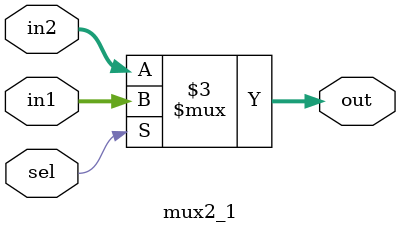
<source format=v>
module mux2_1(in1,in2,sel,out);
input [31:0] in1,in2;
input sel;
output [31:0] out;
reg [31:0] out;

always@(in1 or in2 or sel)
begin
if (sel)
  out = in1;
else 
  out = in2;
end
endmodule 

</source>
